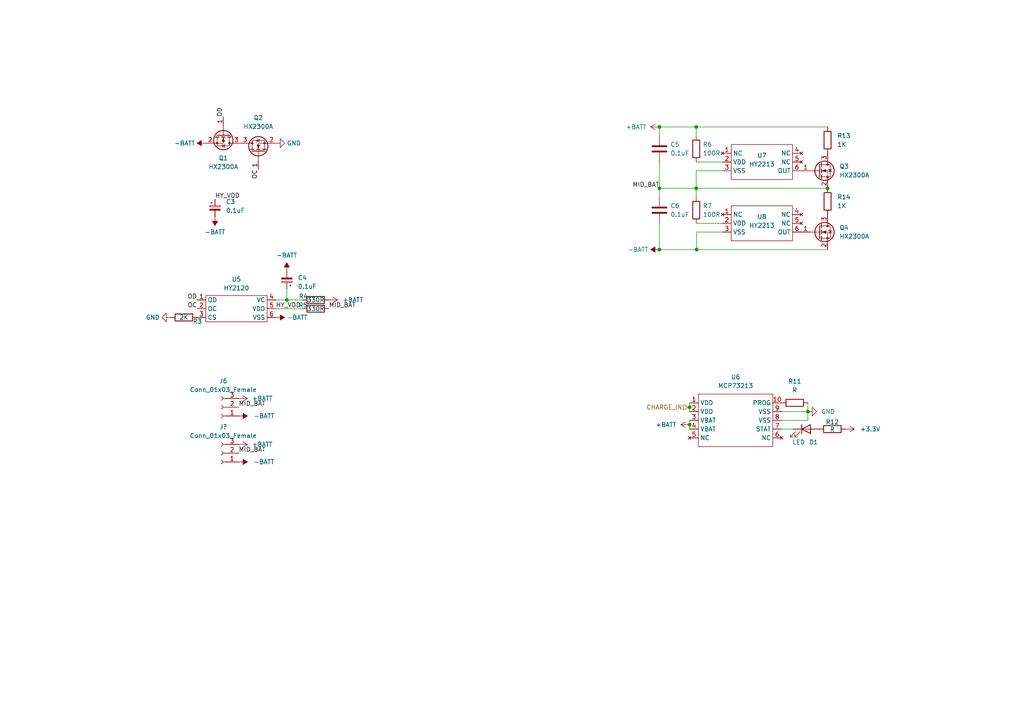
<source format=kicad_sch>
(kicad_sch (version 20211123) (generator eeschema)

  (uuid 7af22e95-ddd5-4395-b723-e8a38302421a)

  (paper "A4")

  (lib_symbols
    (symbol "+3.3V_1" (power) (pin_names (offset 0)) (in_bom yes) (on_board yes)
      (property "Reference" "#PWR" (id 0) (at 0 -3.81 0)
        (effects (font (size 1.27 1.27)) hide)
      )
      (property "Value" "+3.3V_1" (id 1) (at 0 3.556 0)
        (effects (font (size 1.27 1.27)))
      )
      (property "Footprint" "" (id 2) (at 0 0 0)
        (effects (font (size 1.27 1.27)) hide)
      )
      (property "Datasheet" "" (id 3) (at 0 0 0)
        (effects (font (size 1.27 1.27)) hide)
      )
      (property "ki_keywords" "power-flag" (id 4) (at 0 0 0)
        (effects (font (size 1.27 1.27)) hide)
      )
      (property "ki_description" "Power symbol creates a global label with name \"+3.3V\"" (id 5) (at 0 0 0)
        (effects (font (size 1.27 1.27)) hide)
      )
      (symbol "+3.3V_1_0_1"
        (polyline
          (pts
            (xy -0.762 1.27)
            (xy 0 2.54)
          )
          (stroke (width 0) (type default) (color 0 0 0 0))
          (fill (type none))
        )
        (polyline
          (pts
            (xy 0 0)
            (xy 0 2.54)
          )
          (stroke (width 0) (type default) (color 0 0 0 0))
          (fill (type none))
        )
        (polyline
          (pts
            (xy 0 2.54)
            (xy 0.762 1.27)
          )
          (stroke (width 0) (type default) (color 0 0 0 0))
          (fill (type none))
        )
      )
      (symbol "+3.3V_1_1_1"
        (pin power_in line (at 0 0 90) (length 0) hide
          (name "+3.3V" (effects (font (size 1.27 1.27))))
          (number "1" (effects (font (size 1.27 1.27))))
        )
      )
    )
    (symbol "Connector:Conn_01x03_Female" (pin_names (offset 1.016) hide) (in_bom yes) (on_board yes)
      (property "Reference" "J" (id 0) (at 0 5.08 0)
        (effects (font (size 1.27 1.27)))
      )
      (property "Value" "Conn_01x03_Female" (id 1) (at 0 -5.08 0)
        (effects (font (size 1.27 1.27)))
      )
      (property "Footprint" "" (id 2) (at 0 0 0)
        (effects (font (size 1.27 1.27)) hide)
      )
      (property "Datasheet" "~" (id 3) (at 0 0 0)
        (effects (font (size 1.27 1.27)) hide)
      )
      (property "ki_keywords" "connector" (id 4) (at 0 0 0)
        (effects (font (size 1.27 1.27)) hide)
      )
      (property "ki_description" "Generic connector, single row, 01x03, script generated (kicad-library-utils/schlib/autogen/connector/)" (id 5) (at 0 0 0)
        (effects (font (size 1.27 1.27)) hide)
      )
      (property "ki_fp_filters" "Connector*:*_1x??_*" (id 6) (at 0 0 0)
        (effects (font (size 1.27 1.27)) hide)
      )
      (symbol "Conn_01x03_Female_1_1"
        (arc (start 0 -2.032) (mid -0.508 -2.54) (end 0 -3.048)
          (stroke (width 0.1524) (type default) (color 0 0 0 0))
          (fill (type none))
        )
        (polyline
          (pts
            (xy -1.27 -2.54)
            (xy -0.508 -2.54)
          )
          (stroke (width 0.1524) (type default) (color 0 0 0 0))
          (fill (type none))
        )
        (polyline
          (pts
            (xy -1.27 0)
            (xy -0.508 0)
          )
          (stroke (width 0.1524) (type default) (color 0 0 0 0))
          (fill (type none))
        )
        (polyline
          (pts
            (xy -1.27 2.54)
            (xy -0.508 2.54)
          )
          (stroke (width 0.1524) (type default) (color 0 0 0 0))
          (fill (type none))
        )
        (arc (start 0 0.508) (mid -0.508 0) (end 0 -0.508)
          (stroke (width 0.1524) (type default) (color 0 0 0 0))
          (fill (type none))
        )
        (arc (start 0 3.048) (mid -0.508 2.54) (end 0 2.032)
          (stroke (width 0.1524) (type default) (color 0 0 0 0))
          (fill (type none))
        )
        (pin passive line (at -5.08 2.54 0) (length 3.81)
          (name "Pin_1" (effects (font (size 1.27 1.27))))
          (number "1" (effects (font (size 1.27 1.27))))
        )
        (pin passive line (at -5.08 0 0) (length 3.81)
          (name "Pin_2" (effects (font (size 1.27 1.27))))
          (number "2" (effects (font (size 1.27 1.27))))
        )
        (pin passive line (at -5.08 -2.54 0) (length 3.81)
          (name "Pin_3" (effects (font (size 1.27 1.27))))
          (number "3" (effects (font (size 1.27 1.27))))
        )
      )
    )
    (symbol "Device:C" (pin_numbers hide) (pin_names (offset 0.254)) (in_bom yes) (on_board yes)
      (property "Reference" "C" (id 0) (at 0.635 2.54 0)
        (effects (font (size 1.27 1.27)) (justify left))
      )
      (property "Value" "C" (id 1) (at 0.635 -2.54 0)
        (effects (font (size 1.27 1.27)) (justify left))
      )
      (property "Footprint" "" (id 2) (at 0.9652 -3.81 0)
        (effects (font (size 1.27 1.27)) hide)
      )
      (property "Datasheet" "~" (id 3) (at 0 0 0)
        (effects (font (size 1.27 1.27)) hide)
      )
      (property "ki_keywords" "cap capacitor" (id 4) (at 0 0 0)
        (effects (font (size 1.27 1.27)) hide)
      )
      (property "ki_description" "Unpolarized capacitor" (id 5) (at 0 0 0)
        (effects (font (size 1.27 1.27)) hide)
      )
      (property "ki_fp_filters" "C_*" (id 6) (at 0 0 0)
        (effects (font (size 1.27 1.27)) hide)
      )
      (symbol "C_0_1"
        (polyline
          (pts
            (xy -2.032 -0.762)
            (xy 2.032 -0.762)
          )
          (stroke (width 0.508) (type default) (color 0 0 0 0))
          (fill (type none))
        )
        (polyline
          (pts
            (xy -2.032 0.762)
            (xy 2.032 0.762)
          )
          (stroke (width 0.508) (type default) (color 0 0 0 0))
          (fill (type none))
        )
      )
      (symbol "C_1_1"
        (pin passive line (at 0 3.81 270) (length 2.794)
          (name "~" (effects (font (size 1.27 1.27))))
          (number "1" (effects (font (size 1.27 1.27))))
        )
        (pin passive line (at 0 -3.81 90) (length 2.794)
          (name "~" (effects (font (size 1.27 1.27))))
          (number "2" (effects (font (size 1.27 1.27))))
        )
      )
    )
    (symbol "Device:C_Polarized_Small" (pin_numbers hide) (pin_names (offset 0.254) hide) (in_bom yes) (on_board yes)
      (property "Reference" "C" (id 0) (at 0.254 1.778 0)
        (effects (font (size 1.27 1.27)) (justify left))
      )
      (property "Value" "C_Polarized_Small" (id 1) (at 0.254 -2.032 0)
        (effects (font (size 1.27 1.27)) (justify left))
      )
      (property "Footprint" "" (id 2) (at 0 0 0)
        (effects (font (size 1.27 1.27)) hide)
      )
      (property "Datasheet" "~" (id 3) (at 0 0 0)
        (effects (font (size 1.27 1.27)) hide)
      )
      (property "ki_keywords" "cap capacitor" (id 4) (at 0 0 0)
        (effects (font (size 1.27 1.27)) hide)
      )
      (property "ki_description" "Polarized capacitor, small symbol" (id 5) (at 0 0 0)
        (effects (font (size 1.27 1.27)) hide)
      )
      (property "ki_fp_filters" "CP_*" (id 6) (at 0 0 0)
        (effects (font (size 1.27 1.27)) hide)
      )
      (symbol "C_Polarized_Small_0_1"
        (rectangle (start -1.524 -0.3048) (end 1.524 -0.6858)
          (stroke (width 0) (type default) (color 0 0 0 0))
          (fill (type outline))
        )
        (rectangle (start -1.524 0.6858) (end 1.524 0.3048)
          (stroke (width 0) (type default) (color 0 0 0 0))
          (fill (type none))
        )
        (polyline
          (pts
            (xy -1.27 1.524)
            (xy -0.762 1.524)
          )
          (stroke (width 0) (type default) (color 0 0 0 0))
          (fill (type none))
        )
        (polyline
          (pts
            (xy -1.016 1.27)
            (xy -1.016 1.778)
          )
          (stroke (width 0) (type default) (color 0 0 0 0))
          (fill (type none))
        )
      )
      (symbol "C_Polarized_Small_1_1"
        (pin passive line (at 0 2.54 270) (length 1.8542)
          (name "~" (effects (font (size 1.27 1.27))))
          (number "1" (effects (font (size 1.27 1.27))))
        )
        (pin passive line (at 0 -2.54 90) (length 1.8542)
          (name "~" (effects (font (size 1.27 1.27))))
          (number "2" (effects (font (size 1.27 1.27))))
        )
      )
    )
    (symbol "Device:LED" (pin_numbers hide) (pin_names (offset 1.016) hide) (in_bom yes) (on_board yes)
      (property "Reference" "D" (id 0) (at 0 2.54 0)
        (effects (font (size 1.27 1.27)))
      )
      (property "Value" "LED" (id 1) (at 0 -2.54 0)
        (effects (font (size 1.27 1.27)))
      )
      (property "Footprint" "" (id 2) (at 0 0 0)
        (effects (font (size 1.27 1.27)) hide)
      )
      (property "Datasheet" "~" (id 3) (at 0 0 0)
        (effects (font (size 1.27 1.27)) hide)
      )
      (property "ki_keywords" "LED diode" (id 4) (at 0 0 0)
        (effects (font (size 1.27 1.27)) hide)
      )
      (property "ki_description" "Light emitting diode" (id 5) (at 0 0 0)
        (effects (font (size 1.27 1.27)) hide)
      )
      (property "ki_fp_filters" "LED* LED_SMD:* LED_THT:*" (id 6) (at 0 0 0)
        (effects (font (size 1.27 1.27)) hide)
      )
      (symbol "LED_0_1"
        (polyline
          (pts
            (xy -1.27 -1.27)
            (xy -1.27 1.27)
          )
          (stroke (width 0.254) (type default) (color 0 0 0 0))
          (fill (type none))
        )
        (polyline
          (pts
            (xy -1.27 0)
            (xy 1.27 0)
          )
          (stroke (width 0) (type default) (color 0 0 0 0))
          (fill (type none))
        )
        (polyline
          (pts
            (xy 1.27 -1.27)
            (xy 1.27 1.27)
            (xy -1.27 0)
            (xy 1.27 -1.27)
          )
          (stroke (width 0.254) (type default) (color 0 0 0 0))
          (fill (type none))
        )
        (polyline
          (pts
            (xy -3.048 -0.762)
            (xy -4.572 -2.286)
            (xy -3.81 -2.286)
            (xy -4.572 -2.286)
            (xy -4.572 -1.524)
          )
          (stroke (width 0) (type default) (color 0 0 0 0))
          (fill (type none))
        )
        (polyline
          (pts
            (xy -1.778 -0.762)
            (xy -3.302 -2.286)
            (xy -2.54 -2.286)
            (xy -3.302 -2.286)
            (xy -3.302 -1.524)
          )
          (stroke (width 0) (type default) (color 0 0 0 0))
          (fill (type none))
        )
      )
      (symbol "LED_1_1"
        (pin passive line (at -3.81 0 0) (length 2.54)
          (name "K" (effects (font (size 1.27 1.27))))
          (number "1" (effects (font (size 1.27 1.27))))
        )
        (pin passive line (at 3.81 0 180) (length 2.54)
          (name "A" (effects (font (size 1.27 1.27))))
          (number "2" (effects (font (size 1.27 1.27))))
        )
      )
    )
    (symbol "Device:R" (pin_numbers hide) (pin_names (offset 0)) (in_bom yes) (on_board yes)
      (property "Reference" "R" (id 0) (at 2.032 0 90)
        (effects (font (size 1.27 1.27)))
      )
      (property "Value" "R" (id 1) (at 0 0 90)
        (effects (font (size 1.27 1.27)))
      )
      (property "Footprint" "" (id 2) (at -1.778 0 90)
        (effects (font (size 1.27 1.27)) hide)
      )
      (property "Datasheet" "~" (id 3) (at 0 0 0)
        (effects (font (size 1.27 1.27)) hide)
      )
      (property "ki_keywords" "R res resistor" (id 4) (at 0 0 0)
        (effects (font (size 1.27 1.27)) hide)
      )
      (property "ki_description" "Resistor" (id 5) (at 0 0 0)
        (effects (font (size 1.27 1.27)) hide)
      )
      (property "ki_fp_filters" "R_*" (id 6) (at 0 0 0)
        (effects (font (size 1.27 1.27)) hide)
      )
      (symbol "R_0_1"
        (rectangle (start -1.016 -2.54) (end 1.016 2.54)
          (stroke (width 0.254) (type default) (color 0 0 0 0))
          (fill (type none))
        )
      )
      (symbol "R_1_1"
        (pin passive line (at 0 3.81 270) (length 1.27)
          (name "~" (effects (font (size 1.27 1.27))))
          (number "1" (effects (font (size 1.27 1.27))))
        )
        (pin passive line (at 0 -3.81 90) (length 1.27)
          (name "~" (effects (font (size 1.27 1.27))))
          (number "2" (effects (font (size 1.27 1.27))))
        )
      )
    )
    (symbol "Transistor_FET:2N7002E" (pin_names hide) (in_bom yes) (on_board yes)
      (property "Reference" "Q" (id 0) (at 5.08 1.905 0)
        (effects (font (size 1.27 1.27)) (justify left))
      )
      (property "Value" "2N7002E" (id 1) (at 5.08 0 0)
        (effects (font (size 1.27 1.27)) (justify left))
      )
      (property "Footprint" "Package_TO_SOT_SMD:SOT-23" (id 2) (at 5.08 -1.905 0)
        (effects (font (size 1.27 1.27) italic) (justify left) hide)
      )
      (property "Datasheet" "http://www.diodes.com/assets/Datasheets/ds30376.pdf" (id 3) (at 0 0 0)
        (effects (font (size 1.27 1.27)) (justify left) hide)
      )
      (property "ki_keywords" "N-Channel MOSFET" (id 4) (at 0 0 0)
        (effects (font (size 1.27 1.27)) hide)
      )
      (property "ki_description" "0.24A Id, 60V Vds, N-Channel MOSFET, SOT-23" (id 5) (at 0 0 0)
        (effects (font (size 1.27 1.27)) hide)
      )
      (property "ki_fp_filters" "SOT?23*" (id 6) (at 0 0 0)
        (effects (font (size 1.27 1.27)) hide)
      )
      (symbol "2N7002E_0_1"
        (polyline
          (pts
            (xy 0.254 0)
            (xy -2.54 0)
          )
          (stroke (width 0) (type default) (color 0 0 0 0))
          (fill (type none))
        )
        (polyline
          (pts
            (xy 0.254 1.905)
            (xy 0.254 -1.905)
          )
          (stroke (width 0.254) (type default) (color 0 0 0 0))
          (fill (type none))
        )
        (polyline
          (pts
            (xy 0.762 -1.27)
            (xy 0.762 -2.286)
          )
          (stroke (width 0.254) (type default) (color 0 0 0 0))
          (fill (type none))
        )
        (polyline
          (pts
            (xy 0.762 0.508)
            (xy 0.762 -0.508)
          )
          (stroke (width 0.254) (type default) (color 0 0 0 0))
          (fill (type none))
        )
        (polyline
          (pts
            (xy 0.762 2.286)
            (xy 0.762 1.27)
          )
          (stroke (width 0.254) (type default) (color 0 0 0 0))
          (fill (type none))
        )
        (polyline
          (pts
            (xy 2.54 2.54)
            (xy 2.54 1.778)
          )
          (stroke (width 0) (type default) (color 0 0 0 0))
          (fill (type none))
        )
        (polyline
          (pts
            (xy 2.54 -2.54)
            (xy 2.54 0)
            (xy 0.762 0)
          )
          (stroke (width 0) (type default) (color 0 0 0 0))
          (fill (type none))
        )
        (polyline
          (pts
            (xy 0.762 -1.778)
            (xy 3.302 -1.778)
            (xy 3.302 1.778)
            (xy 0.762 1.778)
          )
          (stroke (width 0) (type default) (color 0 0 0 0))
          (fill (type none))
        )
        (polyline
          (pts
            (xy 1.016 0)
            (xy 2.032 0.381)
            (xy 2.032 -0.381)
            (xy 1.016 0)
          )
          (stroke (width 0) (type default) (color 0 0 0 0))
          (fill (type outline))
        )
        (polyline
          (pts
            (xy 2.794 0.508)
            (xy 2.921 0.381)
            (xy 3.683 0.381)
            (xy 3.81 0.254)
          )
          (stroke (width 0) (type default) (color 0 0 0 0))
          (fill (type none))
        )
        (polyline
          (pts
            (xy 3.302 0.381)
            (xy 2.921 -0.254)
            (xy 3.683 -0.254)
            (xy 3.302 0.381)
          )
          (stroke (width 0) (type default) (color 0 0 0 0))
          (fill (type none))
        )
        (circle (center 1.651 0) (radius 2.794)
          (stroke (width 0.254) (type default) (color 0 0 0 0))
          (fill (type none))
        )
        (circle (center 2.54 -1.778) (radius 0.254)
          (stroke (width 0) (type default) (color 0 0 0 0))
          (fill (type outline))
        )
        (circle (center 2.54 1.778) (radius 0.254)
          (stroke (width 0) (type default) (color 0 0 0 0))
          (fill (type outline))
        )
      )
      (symbol "2N7002E_1_1"
        (pin input line (at -5.08 0 0) (length 2.54)
          (name "G" (effects (font (size 1.27 1.27))))
          (number "1" (effects (font (size 1.27 1.27))))
        )
        (pin passive line (at 2.54 -5.08 90) (length 2.54)
          (name "S" (effects (font (size 1.27 1.27))))
          (number "2" (effects (font (size 1.27 1.27))))
        )
        (pin passive line (at 2.54 5.08 270) (length 2.54)
          (name "D" (effects (font (size 1.27 1.27))))
          (number "3" (effects (font (size 1.27 1.27))))
        )
      )
    )
    (symbol "dextra:HY2120" (in_bom yes) (on_board yes)
      (property "Reference" "U" (id 0) (at 0 0 0)
        (effects (font (size 1.27 1.27)))
      )
      (property "Value" "HY2120" (id 1) (at 0 2.54 0)
        (effects (font (size 1.27 1.27)))
      )
      (property "Footprint" "" (id 2) (at 0 0 0)
        (effects (font (size 1.27 1.27)) hide)
      )
      (property "Datasheet" "" (id 3) (at 0 0 0)
        (effects (font (size 1.27 1.27)) hide)
      )
      (symbol "HY2120_0_1"
        (rectangle (start -8.89 6.35) (end 8.89 -1.27)
          (stroke (width 0) (type default) (color 0 0 0 0))
          (fill (type none))
        )
      )
      (symbol "HY2120_1_1"
        (pin output line (at -11.43 5.08 0) (length 2.54)
          (name "OD" (effects (font (size 1.27 1.27))))
          (number "1" (effects (font (size 1.27 1.27))))
        )
        (pin output line (at -11.43 2.54 0) (length 2.54)
          (name "OC" (effects (font (size 1.27 1.27))))
          (number "2" (effects (font (size 1.27 1.27))))
        )
        (pin input line (at -11.43 0 0) (length 2.54)
          (name "CS" (effects (font (size 1.27 1.27))))
          (number "3" (effects (font (size 1.27 1.27))))
        )
        (pin input line (at 11.43 5.08 180) (length 2.54)
          (name "VC" (effects (font (size 1.27 1.27))))
          (number "4" (effects (font (size 1.27 1.27))))
        )
        (pin power_in line (at 11.43 2.54 180) (length 2.54)
          (name "VDD" (effects (font (size 1.27 1.27))))
          (number "5" (effects (font (size 1.27 1.27))))
        )
        (pin power_in line (at 11.43 0 180) (length 2.54)
          (name "VSS" (effects (font (size 1.27 1.27))))
          (number "6" (effects (font (size 1.27 1.27))))
        )
      )
    )
    (symbol "dextra:HY2213" (in_bom yes) (on_board yes)
      (property "Reference" "U" (id 0) (at 0 0 0)
        (effects (font (size 1.27 1.27)))
      )
      (property "Value" "HY2213" (id 1) (at 0 2.54 0)
        (effects (font (size 1.27 1.27)))
      )
      (property "Footprint" "" (id 2) (at 0 0 0)
        (effects (font (size 1.27 1.27)) hide)
      )
      (property "Datasheet" "" (id 3) (at 0 0 0)
        (effects (font (size 1.27 1.27)) hide)
      )
      (symbol "HY2213_0_1"
        (rectangle (start -8.89 6.35) (end 8.89 -3.81)
          (stroke (width 0) (type default) (color 0 0 0 0))
          (fill (type none))
        )
      )
      (symbol "HY2213_1_1"
        (pin no_connect line (at -11.43 3.81 0) (length 2.54)
          (name "NC" (effects (font (size 1.27 1.27))))
          (number "1" (effects (font (size 1.27 1.27))))
        )
        (pin power_in line (at -11.43 1.27 0) (length 2.54)
          (name "VDD" (effects (font (size 1.27 1.27))))
          (number "2" (effects (font (size 1.27 1.27))))
        )
        (pin power_in line (at -11.43 -1.27 0) (length 2.54)
          (name "VSS" (effects (font (size 1.27 1.27))))
          (number "3" (effects (font (size 1.27 1.27))))
        )
        (pin no_connect line (at 11.43 3.81 180) (length 2.54)
          (name "NC" (effects (font (size 1.27 1.27))))
          (number "4" (effects (font (size 1.27 1.27))))
        )
        (pin no_connect line (at 11.43 1.27 180) (length 2.54)
          (name "NC" (effects (font (size 1.27 1.27))))
          (number "5" (effects (font (size 1.27 1.27))))
        )
        (pin power_in line (at 11.43 -1.27 180) (length 2.54)
          (name "OUT" (effects (font (size 1.27 1.27))))
          (number "6" (effects (font (size 1.27 1.27))))
        )
      )
    )
    (symbol "dextra:MCP73213" (in_bom yes) (on_board yes)
      (property "Reference" "U" (id 0) (at 0 0 0)
        (effects (font (size 1.27 1.27)))
      )
      (property "Value" "MCP73213" (id 1) (at 0 2.54 0)
        (effects (font (size 1.27 1.27)))
      )
      (property "Footprint" "" (id 2) (at 0 0 0)
        (effects (font (size 1.27 1.27)) hide)
      )
      (property "Datasheet" "" (id 3) (at 0 0 0)
        (effects (font (size 1.27 1.27)) hide)
      )
      (symbol "MCP73213_0_1"
        (rectangle (start -10.16 8.89) (end 11.43 -6.35)
          (stroke (width 0) (type default) (color 0 0 0 0))
          (fill (type none))
        )
      )
      (symbol "MCP73213_1_1"
        (pin power_in line (at -12.7 6.35 0) (length 2.54)
          (name "VDD" (effects (font (size 1.27 1.27))))
          (number "1" (effects (font (size 1.27 1.27))))
        )
        (pin input line (at 13.97 6.35 180) (length 2.54)
          (name "PROG" (effects (font (size 1.27 1.27))))
          (number "10" (effects (font (size 1.27 1.27))))
        )
        (pin power_in line (at -12.7 3.81 0) (length 2.54)
          (name "VDD" (effects (font (size 1.27 1.27))))
          (number "2" (effects (font (size 1.27 1.27))))
        )
        (pin power_in line (at -12.7 1.27 0) (length 2.54)
          (name "VBAT" (effects (font (size 1.27 1.27))))
          (number "3" (effects (font (size 1.27 1.27))))
        )
        (pin power_in line (at -12.7 -1.27 0) (length 2.54)
          (name "VBAT" (effects (font (size 1.27 1.27))))
          (number "4" (effects (font (size 1.27 1.27))))
        )
        (pin no_connect line (at -12.7 -3.81 0) (length 2.54)
          (name "NC" (effects (font (size 1.27 1.27))))
          (number "5" (effects (font (size 1.27 1.27))))
        )
        (pin no_connect line (at 13.97 -3.81 180) (length 2.54)
          (name "NC" (effects (font (size 1.27 1.27))))
          (number "6" (effects (font (size 1.27 1.27))))
        )
        (pin bidirectional line (at 13.97 -1.27 180) (length 2.54)
          (name "STAT" (effects (font (size 1.27 1.27))))
          (number "7" (effects (font (size 1.27 1.27))))
        )
        (pin power_in line (at 13.97 1.27 180) (length 2.54)
          (name "VSS" (effects (font (size 1.27 1.27))))
          (number "8" (effects (font (size 1.27 1.27))))
        )
        (pin power_in line (at 13.97 3.81 180) (length 2.54)
          (name "VSS" (effects (font (size 1.27 1.27))))
          (number "9" (effects (font (size 1.27 1.27))))
        )
      )
    )
    (symbol "power:+BATT" (power) (pin_names (offset 0)) (in_bom yes) (on_board yes)
      (property "Reference" "#PWR" (id 0) (at 0 -3.81 0)
        (effects (font (size 1.27 1.27)) hide)
      )
      (property "Value" "+BATT" (id 1) (at 0 3.556 0)
        (effects (font (size 1.27 1.27)))
      )
      (property "Footprint" "" (id 2) (at 0 0 0)
        (effects (font (size 1.27 1.27)) hide)
      )
      (property "Datasheet" "" (id 3) (at 0 0 0)
        (effects (font (size 1.27 1.27)) hide)
      )
      (property "ki_keywords" "power-flag battery" (id 4) (at 0 0 0)
        (effects (font (size 1.27 1.27)) hide)
      )
      (property "ki_description" "Power symbol creates a global label with name \"+BATT\"" (id 5) (at 0 0 0)
        (effects (font (size 1.27 1.27)) hide)
      )
      (symbol "+BATT_0_1"
        (polyline
          (pts
            (xy -0.762 1.27)
            (xy 0 2.54)
          )
          (stroke (width 0) (type default) (color 0 0 0 0))
          (fill (type none))
        )
        (polyline
          (pts
            (xy 0 0)
            (xy 0 2.54)
          )
          (stroke (width 0) (type default) (color 0 0 0 0))
          (fill (type none))
        )
        (polyline
          (pts
            (xy 0 2.54)
            (xy 0.762 1.27)
          )
          (stroke (width 0) (type default) (color 0 0 0 0))
          (fill (type none))
        )
      )
      (symbol "+BATT_1_1"
        (pin power_in line (at 0 0 90) (length 0) hide
          (name "+BATT" (effects (font (size 1.27 1.27))))
          (number "1" (effects (font (size 1.27 1.27))))
        )
      )
    )
    (symbol "power:-BATT" (power) (pin_names (offset 0)) (in_bom yes) (on_board yes)
      (property "Reference" "#PWR" (id 0) (at 0 -3.81 0)
        (effects (font (size 1.27 1.27)) hide)
      )
      (property "Value" "-BATT" (id 1) (at 0 3.556 0)
        (effects (font (size 1.27 1.27)))
      )
      (property "Footprint" "" (id 2) (at 0 0 0)
        (effects (font (size 1.27 1.27)) hide)
      )
      (property "Datasheet" "" (id 3) (at 0 0 0)
        (effects (font (size 1.27 1.27)) hide)
      )
      (property "ki_keywords" "power-flag battery" (id 4) (at 0 0 0)
        (effects (font (size 1.27 1.27)) hide)
      )
      (property "ki_description" "Power symbol creates a global label with name \"-BATT\"" (id 5) (at 0 0 0)
        (effects (font (size 1.27 1.27)) hide)
      )
      (symbol "-BATT_0_1"
        (polyline
          (pts
            (xy 0 0)
            (xy 0 2.54)
          )
          (stroke (width 0) (type default) (color 0 0 0 0))
          (fill (type none))
        )
        (polyline
          (pts
            (xy 0.762 1.27)
            (xy -0.762 1.27)
            (xy 0 2.54)
            (xy 0.762 1.27)
          )
          (stroke (width 0) (type default) (color 0 0 0 0))
          (fill (type outline))
        )
      )
      (symbol "-BATT_1_1"
        (pin power_in line (at 0 0 90) (length 0) hide
          (name "-BATT" (effects (font (size 1.27 1.27))))
          (number "1" (effects (font (size 1.27 1.27))))
        )
      )
    )
    (symbol "power:GND" (power) (pin_names (offset 0)) (in_bom yes) (on_board yes)
      (property "Reference" "#PWR" (id 0) (at 0 -6.35 0)
        (effects (font (size 1.27 1.27)) hide)
      )
      (property "Value" "GND" (id 1) (at 0 -3.81 0)
        (effects (font (size 1.27 1.27)))
      )
      (property "Footprint" "" (id 2) (at 0 0 0)
        (effects (font (size 1.27 1.27)) hide)
      )
      (property "Datasheet" "" (id 3) (at 0 0 0)
        (effects (font (size 1.27 1.27)) hide)
      )
      (property "ki_keywords" "power-flag" (id 4) (at 0 0 0)
        (effects (font (size 1.27 1.27)) hide)
      )
      (property "ki_description" "Power symbol creates a global label with name \"GND\" , ground" (id 5) (at 0 0 0)
        (effects (font (size 1.27 1.27)) hide)
      )
      (symbol "GND_0_1"
        (polyline
          (pts
            (xy 0 0)
            (xy 0 -1.27)
            (xy 1.27 -1.27)
            (xy 0 -2.54)
            (xy -1.27 -1.27)
            (xy 0 -1.27)
          )
          (stroke (width 0) (type default) (color 0 0 0 0))
          (fill (type none))
        )
      )
      (symbol "GND_1_1"
        (pin power_in line (at 0 0 270) (length 0) hide
          (name "GND" (effects (font (size 1.27 1.27))))
          (number "1" (effects (font (size 1.27 1.27))))
        )
      )
    )
  )

  (junction (at 202.057 72.39) (diameter 0) (color 0 0 0 0)
    (uuid 00593f80-24bf-425f-92d9-4b29ace9498e)
  )
  (junction (at 200.025 118.11) (diameter 0) (color 0 0 0 0)
    (uuid 089b643c-4878-46e4-8047-393b356a3c36)
  )
  (junction (at 191.262 54.61) (diameter 0) (color 0 0 0 0)
    (uuid 2f953f9e-6ff2-419d-8270-b59f97e163e1)
  )
  (junction (at 240.03 54.61) (diameter 0) (color 0 0 0 0)
    (uuid 4131483d-255d-4cc5-a929-bb1dba2a3765)
  )
  (junction (at 201.93 54.61) (diameter 0) (color 0 0 0 0)
    (uuid 5c4391ba-393b-40c6-9155-7d98eed2350b)
  )
  (junction (at 200.025 123.19) (diameter 0) (color 0 0 0 0)
    (uuid 781ae186-4577-4cd4-a8aa-8e29926b7d7c)
  )
  (junction (at 234.315 119.38) (diameter 0) (color 0 0 0 0)
    (uuid 7c1297ca-b9f8-4ccb-a04d-6f123a8d0f37)
  )
  (junction (at 191.262 36.83) (diameter 0) (color 0 0 0 0)
    (uuid 952dd42a-25bb-482e-b58c-0490d20c6776)
  )
  (junction (at 83.185 86.995) (diameter 0) (color 0 0 0 0)
    (uuid a26c29f0-fc66-4882-886f-bebca0cd097b)
  )
  (junction (at 201.93 36.83) (diameter 0) (color 0 0 0 0)
    (uuid dca7b276-beb2-41f6-9fbf-86fe5989237b)
  )
  (junction (at 191.262 72.39) (diameter 0) (color 0 0 0 0)
    (uuid fd4137db-fbd6-4cde-96e7-a266fc1469cd)
  )

  (wire (pts (xy 80.01 86.995) (xy 83.185 86.995))
    (stroke (width 0) (type default) (color 0 0 0 0))
    (uuid 028aaea4-8aa6-4a9c-9e6c-2e12fbcff4ce)
  )
  (wire (pts (xy 201.93 49.53) (xy 201.93 54.61))
    (stroke (width 0) (type default) (color 0 0 0 0))
    (uuid 065a0341-0a09-4f34-b175-c9198e8e167e)
  )
  (wire (pts (xy 201.93 54.61) (xy 201.93 57.15))
    (stroke (width 0) (type default) (color 0 0 0 0))
    (uuid 0fafbada-1c46-4e20-af15-edb38278527a)
  )
  (wire (pts (xy 202.057 67.31) (xy 202.057 72.39))
    (stroke (width 0) (type default) (color 0 0 0 0))
    (uuid 2ef91ec9-08e8-42a9-900c-fcd0c5390af9)
  )
  (wire (pts (xy 209.55 49.53) (xy 201.93 49.53))
    (stroke (width 0) (type default) (color 0 0 0 0))
    (uuid 32577464-5c68-4e58-9fe2-89fb68b4565d)
  )
  (wire (pts (xy 191.262 64.77) (xy 191.262 72.39))
    (stroke (width 0) (type default) (color 0 0 0 0))
    (uuid 3f5aea55-b7fe-49a4-aaea-778a10bf270e)
  )
  (wire (pts (xy 201.93 54.61) (xy 240.03 54.61))
    (stroke (width 0) (type default) (color 0 0 0 0))
    (uuid 40b9c99f-9a3f-4c6e-b1c1-50e229748b41)
  )
  (wire (pts (xy 191.262 72.39) (xy 202.057 72.39))
    (stroke (width 0) (type default) (color 0 0 0 0))
    (uuid 410f9543-2118-415f-b403-ae9a08338790)
  )
  (wire (pts (xy 199.39 118.11) (xy 200.025 118.11))
    (stroke (width 0) (type default) (color 0 0 0 0))
    (uuid 438bca92-0661-4330-8514-7c6765e414a7)
  )
  (wire (pts (xy 200.025 116.84) (xy 200.025 118.11))
    (stroke (width 0) (type default) (color 0 0 0 0))
    (uuid 4fb54cd3-26c7-41dc-8015-f3e5be68f633)
  )
  (wire (pts (xy 83.185 83.82) (xy 83.185 86.995))
    (stroke (width 0) (type default) (color 0 0 0 0))
    (uuid 53d3b5f4-4d17-4c30-887c-ea225f7381c1)
  )
  (wire (pts (xy 202.057 72.39) (xy 240.03 72.39))
    (stroke (width 0) (type default) (color 0 0 0 0))
    (uuid 5685deed-a860-4fd0-87d2-f85434cf5b2b)
  )
  (wire (pts (xy 200.025 118.11) (xy 200.025 119.38))
    (stroke (width 0) (type default) (color 0 0 0 0))
    (uuid 65e896a2-4aa8-475b-95c6-a3b82a1bc5e7)
  )
  (wire (pts (xy 226.695 119.38) (xy 234.315 119.38))
    (stroke (width 0) (type default) (color 0 0 0 0))
    (uuid 6a5f777c-ed49-466b-8085-184cf24ac282)
  )
  (wire (pts (xy 83.185 86.995) (xy 87.757 86.995))
    (stroke (width 0) (type default) (color 0 0 0 0))
    (uuid 71daeee0-1bae-4c16-8063-40fd67fb5bb0)
  )
  (wire (pts (xy 209.55 67.31) (xy 202.057 67.31))
    (stroke (width 0) (type default) (color 0 0 0 0))
    (uuid 77ef8a29-569e-417b-92f0-b1e05cb3a459)
  )
  (wire (pts (xy 201.93 36.83) (xy 201.93 39.37))
    (stroke (width 0) (type default) (color 0 0 0 0))
    (uuid 81f5042c-0d94-486f-b386-3315ae879fd0)
  )
  (wire (pts (xy 234.315 119.38) (xy 234.315 121.92))
    (stroke (width 0) (type default) (color 0 0 0 0))
    (uuid 8a00c203-db3b-4644-bacd-4496f9d49c67)
  )
  (wire (pts (xy 234.315 121.92) (xy 226.695 121.92))
    (stroke (width 0) (type default) (color 0 0 0 0))
    (uuid 8b963374-40ec-410b-a137-031e7b0d94bb)
  )
  (wire (pts (xy 191.262 36.83) (xy 191.262 39.37))
    (stroke (width 0) (type default) (color 0 0 0 0))
    (uuid 92c49c01-6796-4f15-90fd-360468d1385a)
  )
  (wire (pts (xy 191.262 54.61) (xy 201.93 54.61))
    (stroke (width 0) (type default) (color 0 0 0 0))
    (uuid 93796400-d723-4261-9db6-826c0e714bf2)
  )
  (wire (pts (xy 200.025 123.19) (xy 200.025 124.46))
    (stroke (width 0) (type default) (color 0 0 0 0))
    (uuid a842b07f-f0e8-431b-a4e0-5d8c35151c8c)
  )
  (wire (pts (xy 80.01 89.535) (xy 87.757 89.535))
    (stroke (width 0) (type default) (color 0 0 0 0))
    (uuid afb99c9f-be4e-4171-bf15-eb4012ec5719)
  )
  (wire (pts (xy 201.93 46.99) (xy 209.55 46.99))
    (stroke (width 0) (type default) (color 0 0 0 0))
    (uuid b26bb83c-f22a-43aa-b45e-63be91ddd09f)
  )
  (wire (pts (xy 201.93 36.83) (xy 240.03 36.83))
    (stroke (width 0) (type default) (color 0 0 0 0))
    (uuid b3682934-8426-47fd-907f-623fde8904cc)
  )
  (wire (pts (xy 200.025 121.92) (xy 200.025 123.19))
    (stroke (width 0) (type default) (color 0 0 0 0))
    (uuid bc598d50-c6e9-4b0d-aa8d-0d2b39e1a70b)
  )
  (wire (pts (xy 234.315 116.84) (xy 234.315 119.38))
    (stroke (width 0) (type default) (color 0 0 0 0))
    (uuid beae5b7c-88d6-48bd-81e8-21eff344570a)
  )
  (wire (pts (xy 226.695 124.46) (xy 229.997 124.46))
    (stroke (width 0) (type default) (color 0 0 0 0))
    (uuid c1b9bcde-239b-43ff-a68d-853fef94a15d)
  )
  (wire (pts (xy 191.262 54.61) (xy 191.262 57.15))
    (stroke (width 0) (type default) (color 0 0 0 0))
    (uuid c20cb151-4e33-435a-9019-0f49261ac0c7)
  )
  (wire (pts (xy 201.93 64.77) (xy 209.55 64.77))
    (stroke (width 0) (type default) (color 0 0 0 0))
    (uuid d8f1bbb0-5f54-46ee-9fec-dd87564c98ca)
  )
  (wire (pts (xy 191.262 46.99) (xy 191.262 54.61))
    (stroke (width 0) (type default) (color 0 0 0 0))
    (uuid f0abd27c-ee6b-41f3-a70d-850e36a6d1b7)
  )
  (wire (pts (xy 191.262 36.83) (xy 201.93 36.83))
    (stroke (width 0) (type default) (color 0 0 0 0))
    (uuid fd9a7130-a6bb-4e30-b787-f6679071b3eb)
  )

  (label "MID_BAT" (at 95.377 89.535 0)
    (effects (font (size 1.27 1.27)) (justify left bottom))
    (uuid 02654324-0c01-4bb6-a019-c9e894ef3a6c)
  )
  (label "OD" (at 57.15 86.995 180)
    (effects (font (size 1.27 1.27)) (justify right bottom))
    (uuid 0aa34328-abd7-4ba0-8afb-a3868401dbf5)
  )
  (label "HY_VDD" (at 62.357 57.785 0)
    (effects (font (size 1.27 1.27)) (justify left bottom))
    (uuid 1410f34d-7f52-4b04-aeba-7287d5353205)
  )
  (label "OC" (at 57.15 89.535 180)
    (effects (font (size 1.27 1.27)) (justify right bottom))
    (uuid 48e54854-ccd0-4d9e-b9ee-8b044258dff9)
  )
  (label "HY_VDD" (at 80.01 89.535 0)
    (effects (font (size 1.27 1.27)) (justify left bottom))
    (uuid 867916e9-9f04-4334-bdbd-5d4ae3da9a00)
  )
  (label "MID_BAT" (at 69.215 131.445 0)
    (effects (font (size 1.27 1.27)) (justify left bottom))
    (uuid a582ad06-9aaf-4c5d-acc9-8630ebd6ceb1)
  )
  (label "OC" (at 74.93 49.149 270)
    (effects (font (size 1.27 1.27)) (justify right bottom))
    (uuid c697b4b4-718c-47d8-9134-93da3e579e81)
  )
  (label "OD" (at 64.77 33.909 90)
    (effects (font (size 1.27 1.27)) (justify left bottom))
    (uuid d7dfa4ac-0e9b-42c2-ad96-88009ae34b27)
  )
  (label "MID_BAT" (at 69.215 118.11 0)
    (effects (font (size 1.27 1.27)) (justify left bottom))
    (uuid de2e1187-4e04-4529-ad01-88b7600df2cc)
  )
  (label "MID_BAT" (at 191.262 54.61 180)
    (effects (font (size 1.27 1.27)) (justify right bottom))
    (uuid fbab090c-7336-47c8-aec6-854e41cff58b)
  )

  (hierarchical_label "CHARGE_IN" (shape input) (at 199.39 118.11 180)
    (effects (font (size 1.27 1.27)) (justify right))
    (uuid 7ec13415-26fc-4340-8af8-808d68aca89d)
  )

  (symbol (lib_id "Device:C_Polarized_Small") (at 83.185 81.28 180) (unit 1)
    (in_bom yes) (on_board yes) (fields_autoplaced)
    (uuid 05a113cc-458b-47a9-8850-ae5fbc0e0e0a)
    (property "Reference" "C4" (id 0) (at 86.36 80.556 0)
      (effects (font (size 1.27 1.27)) (justify right))
    )
    (property "Value" "0.1uF" (id 1) (at 86.36 83.096 0)
      (effects (font (size 1.27 1.27)) (justify right))
    )
    (property "Footprint" "Capacitor_SMD:CP_Elec_4x3" (id 2) (at 83.185 81.28 0)
      (effects (font (size 1.27 1.27)) hide)
    )
    (property "Datasheet" "~" (id 3) (at 83.185 81.28 0)
      (effects (font (size 1.27 1.27)) hide)
    )
    (pin "1" (uuid 5b4d30e2-b4eb-4c87-a5c5-f93fb2d23dba))
    (pin "2" (uuid d8efb899-64e4-45c2-b9ef-8629dc1e8d4e))
  )

  (symbol (lib_id "Transistor_FET:2N7002E") (at 64.77 38.989 270) (unit 1)
    (in_bom yes) (on_board yes) (fields_autoplaced)
    (uuid 0e9b88c1-1939-4c48-b598-255832a61605)
    (property "Reference" "Q1" (id 0) (at 64.77 45.847 90))
    (property "Value" "HX2300A" (id 1) (at 64.77 48.387 90))
    (property "Footprint" "Package_TO_SOT_SMD:SOT-23" (id 2) (at 62.865 44.069 0)
      (effects (font (size 1.27 1.27) italic) (justify left) hide)
    )
    (property "Datasheet" "http://www.diodes.com/assets/Datasheets/ds30376.pdf" (id 3) (at 64.77 38.989 0)
      (effects (font (size 1.27 1.27)) (justify left) hide)
    )
    (property "LCSC" "C296302" (id 4) (at 64.77 38.989 0)
      (effects (font (size 1.27 1.27)) hide)
    )
    (pin "1" (uuid 3c03e7b7-0d72-4662-be4e-d5fac89c9e33))
    (pin "2" (uuid 80e254e7-fa7d-45f8-b863-9b2f3e645f73))
    (pin "3" (uuid 32c3b7df-efbf-41d2-be20-e01d6b6daf02))
  )

  (symbol (lib_id "power:+BATT") (at 69.215 115.57 270) (unit 1)
    (in_bom yes) (on_board yes) (fields_autoplaced)
    (uuid 1460648b-4e40-40ae-bcb7-f1eef579306c)
    (property "Reference" "#PWR0127" (id 0) (at 65.405 115.57 0)
      (effects (font (size 1.27 1.27)) hide)
    )
    (property "Value" "+BATT" (id 1) (at 73.025 115.5699 90)
      (effects (font (size 1.27 1.27)) (justify left))
    )
    (property "Footprint" "" (id 2) (at 69.215 115.57 0)
      (effects (font (size 1.27 1.27)) hide)
    )
    (property "Datasheet" "" (id 3) (at 69.215 115.57 0)
      (effects (font (size 1.27 1.27)) hide)
    )
    (pin "1" (uuid 28c4d6a2-f909-43c0-8709-984d5faa812f))
  )

  (symbol (lib_id "power:+BATT") (at 95.377 86.995 270) (unit 1)
    (in_bom yes) (on_board yes) (fields_autoplaced)
    (uuid 1e15802d-44c6-4f99-8009-c0ac3b81d9da)
    (property "Reference" "#PWR0140" (id 0) (at 91.567 86.995 0)
      (effects (font (size 1.27 1.27)) hide)
    )
    (property "Value" "+BATT" (id 1) (at 99.314 86.9949 90)
      (effects (font (size 1.27 1.27)) (justify left))
    )
    (property "Footprint" "" (id 2) (at 95.377 86.995 0)
      (effects (font (size 1.27 1.27)) hide)
    )
    (property "Datasheet" "" (id 3) (at 95.377 86.995 0)
      (effects (font (size 1.27 1.27)) hide)
    )
    (pin "1" (uuid f98bf188-c444-447e-a741-d6395a95a53c))
  )

  (symbol (lib_id "power:GND") (at 234.315 119.38 90) (unit 1)
    (in_bom yes) (on_board yes) (fields_autoplaced)
    (uuid 293e7cac-2232-4d8c-9c6f-071218ea863f)
    (property "Reference" "#PWR0125" (id 0) (at 240.665 119.38 0)
      (effects (font (size 1.27 1.27)) hide)
    )
    (property "Value" "GND" (id 1) (at 238.125 119.3799 90)
      (effects (font (size 1.27 1.27)) (justify right))
    )
    (property "Footprint" "" (id 2) (at 234.315 119.38 0)
      (effects (font (size 1.27 1.27)) hide)
    )
    (property "Datasheet" "" (id 3) (at 234.315 119.38 0)
      (effects (font (size 1.27 1.27)) hide)
    )
    (pin "1" (uuid 8edc0799-d2d1-45b7-b7ef-9e591c9c34d5))
  )

  (symbol (lib_id "power:GND") (at 49.53 92.075 270) (unit 1)
    (in_bom yes) (on_board yes) (fields_autoplaced)
    (uuid 2c0549a3-a053-4733-8f64-ae17de317615)
    (property "Reference" "#PWR0126" (id 0) (at 43.18 92.075 0)
      (effects (font (size 1.27 1.27)) hide)
    )
    (property "Value" "GND" (id 1) (at 46.355 92.0749 90)
      (effects (font (size 1.27 1.27)) (justify right))
    )
    (property "Footprint" "" (id 2) (at 49.53 92.075 0)
      (effects (font (size 1.27 1.27)) hide)
    )
    (property "Datasheet" "" (id 3) (at 49.53 92.075 0)
      (effects (font (size 1.27 1.27)) hide)
    )
    (pin "1" (uuid 7d4298d1-5413-4786-b152-559578654f09))
  )

  (symbol (lib_id "dextra:HY2213") (at 220.98 48.26 0) (unit 1)
    (in_bom yes) (on_board yes)
    (uuid 375b951c-f1de-42a6-8240-06f9a51e7481)
    (property "Reference" "U7" (id 0) (at 220.98 45.085 0))
    (property "Value" "HY2213" (id 1) (at 220.98 47.625 0))
    (property "Footprint" "Package_TO_SOT_SMD:SOT-23-6" (id 2) (at 220.98 48.26 0)
      (effects (font (size 1.27 1.27)) hide)
    )
    (property "Datasheet" "" (id 3) (at 220.98 48.26 0)
      (effects (font (size 1.27 1.27)) hide)
    )
    (pin "1" (uuid afda7181-8d06-4c5e-bb24-7d7369026a41))
    (pin "2" (uuid 0323d287-1120-4152-9990-cf7a5c7e073e))
    (pin "3" (uuid 34fa2523-a83c-41a3-a1a2-4524b1470cb4))
    (pin "4" (uuid e2c46271-0eb8-4790-a7db-555838e86a9d))
    (pin "5" (uuid 0ff31b35-e59f-4ca1-bd4e-c457be0052c8))
    (pin "6" (uuid ecbeb073-dd7d-4bb1-b446-01a626bba4b7))
  )

  (symbol (lib_id "power:GND") (at 80.01 41.529 90) (unit 1)
    (in_bom yes) (on_board yes) (fields_autoplaced)
    (uuid 38df2643-4191-4b15-9614-a0b1a5012c31)
    (property "Reference" "#PWR0133" (id 0) (at 86.36 41.529 0)
      (effects (font (size 1.27 1.27)) hide)
    )
    (property "Value" "GND" (id 1) (at 83.185 41.5289 90)
      (effects (font (size 1.27 1.27)) (justify right))
    )
    (property "Footprint" "" (id 2) (at 80.01 41.529 0)
      (effects (font (size 1.27 1.27)) hide)
    )
    (property "Datasheet" "" (id 3) (at 80.01 41.529 0)
      (effects (font (size 1.27 1.27)) hide)
    )
    (pin "1" (uuid 03383e52-fd3f-49b7-9df2-4fd63c4f3362))
  )

  (symbol (lib_id "Transistor_FET:2N7002E") (at 237.49 49.53 0) (unit 1)
    (in_bom yes) (on_board yes) (fields_autoplaced)
    (uuid 405dcc2e-8b79-432b-ac1a-88f264a12a12)
    (property "Reference" "Q3" (id 0) (at 243.459 48.2599 0)
      (effects (font (size 1.27 1.27)) (justify left))
    )
    (property "Value" "HX2300A" (id 1) (at 243.459 50.7999 0)
      (effects (font (size 1.27 1.27)) (justify left))
    )
    (property "Footprint" "Package_TO_SOT_SMD:SOT-23" (id 2) (at 242.57 51.435 0)
      (effects (font (size 1.27 1.27) italic) (justify left) hide)
    )
    (property "Datasheet" "http://www.diodes.com/assets/Datasheets/ds30376.pdf" (id 3) (at 237.49 49.53 0)
      (effects (font (size 1.27 1.27)) (justify left) hide)
    )
    (property "LCSC" "C296302" (id 4) (at 237.49 49.53 0)
      (effects (font (size 1.27 1.27)) hide)
    )
    (pin "1" (uuid f9a2fcc7-0cb7-4f7f-b302-65982455aaa3))
    (pin "2" (uuid 4272c299-4488-4135-88eb-0645d90d7cc0))
    (pin "3" (uuid 33d49135-a53b-41fb-be32-9fc69ecc789d))
  )

  (symbol (lib_id "Device:R") (at 240.03 58.42 0) (unit 1)
    (in_bom yes) (on_board yes) (fields_autoplaced)
    (uuid 45885ac9-360e-477e-8c49-1e3d94b98450)
    (property "Reference" "R14" (id 0) (at 242.824 57.1499 0)
      (effects (font (size 1.27 1.27)) (justify left))
    )
    (property "Value" "1K" (id 1) (at 242.824 59.6899 0)
      (effects (font (size 1.27 1.27)) (justify left))
    )
    (property "Footprint" "Resistor_SMD:R_0402_1005Metric" (id 2) (at 238.252 58.42 90)
      (effects (font (size 1.27 1.27)) hide)
    )
    (property "Datasheet" "~" (id 3) (at 240.03 58.42 0)
      (effects (font (size 1.27 1.27)) hide)
    )
    (pin "1" (uuid dba3676b-91ed-4936-90a5-a88bd7e63a32))
    (pin "2" (uuid ca425ff7-cbd1-4086-acd3-fafb23021597))
  )

  (symbol (lib_id "Device:R") (at 241.427 124.46 90) (unit 1)
    (in_bom yes) (on_board yes)
    (uuid 46a30c96-75f8-447a-8eeb-d015a1317d23)
    (property "Reference" "R12" (id 0) (at 241.427 122.428 90))
    (property "Value" "R" (id 1) (at 241.427 124.587 90))
    (property "Footprint" "Resistor_SMD:R_0402_1005Metric" (id 2) (at 241.427 126.238 90)
      (effects (font (size 1.27 1.27)) hide)
    )
    (property "Datasheet" "~" (id 3) (at 241.427 124.46 0)
      (effects (font (size 1.27 1.27)) hide)
    )
    (pin "1" (uuid 9d6a6c4e-d38a-40d5-b518-2f485a6cd5bf))
    (pin "2" (uuid 844e35c4-2419-40dc-902a-894d79df50cc))
  )

  (symbol (lib_id "Device:R") (at 53.34 92.075 90) (unit 1)
    (in_bom yes) (on_board yes)
    (uuid 541e5955-6ff0-4603-962c-08ad5042364f)
    (property "Reference" "R3" (id 0) (at 57.277 93.218 90))
    (property "Value" "2K" (id 1) (at 53.34 92.075 90))
    (property "Footprint" "Resistor_SMD:R_0402_1005Metric" (id 2) (at 53.34 93.853 90)
      (effects (font (size 1.27 1.27)) hide)
    )
    (property "Datasheet" "~" (id 3) (at 53.34 92.075 0)
      (effects (font (size 1.27 1.27)) hide)
    )
    (pin "1" (uuid a3ab56e2-4dc6-4c41-9103-69dbef77d3f4))
    (pin "2" (uuid b8599d18-a6bd-440f-bda9-ef6e0d7324b7))
  )

  (symbol (lib_id "power:-BATT") (at 62.357 62.865 180) (unit 1)
    (in_bom yes) (on_board yes) (fields_autoplaced)
    (uuid 54fbdf60-c5a6-423b-a04d-04af92babe05)
    (property "Reference" "#PWR0142" (id 0) (at 62.357 59.055 0)
      (effects (font (size 1.27 1.27)) hide)
    )
    (property "Value" "-BATT" (id 1) (at 62.357 67.31 0))
    (property "Footprint" "" (id 2) (at 62.357 62.865 0)
      (effects (font (size 1.27 1.27)) hide)
    )
    (property "Datasheet" "" (id 3) (at 62.357 62.865 0)
      (effects (font (size 1.27 1.27)) hide)
    )
    (pin "1" (uuid 3cd8d98c-ed87-4da2-b7d5-347d0ffb2525))
  )

  (symbol (lib_id "Device:C_Polarized_Small") (at 62.357 60.325 0) (unit 1)
    (in_bom yes) (on_board yes) (fields_autoplaced)
    (uuid 592b4b45-fbde-43fa-9066-7cef3fd995ac)
    (property "Reference" "C3" (id 0) (at 65.532 58.5088 0)
      (effects (font (size 1.27 1.27)) (justify left))
    )
    (property "Value" "0.1uF" (id 1) (at 65.532 61.0488 0)
      (effects (font (size 1.27 1.27)) (justify left))
    )
    (property "Footprint" "Capacitor_SMD:CP_Elec_4x3" (id 2) (at 62.357 60.325 0)
      (effects (font (size 1.27 1.27)) hide)
    )
    (property "Datasheet" "~" (id 3) (at 62.357 60.325 0)
      (effects (font (size 1.27 1.27)) hide)
    )
    (pin "1" (uuid 7293f784-6761-48f6-8516-fb54909ee2ad))
    (pin "2" (uuid 8beb6715-f7e7-4ba1-a791-5be35801c2f5))
  )

  (symbol (lib_id "Device:R") (at 91.567 86.995 90) (unit 1)
    (in_bom yes) (on_board yes)
    (uuid 668c2be6-b5ee-4759-8120-3afffa7883eb)
    (property "Reference" "R4" (id 0) (at 88.011 85.979 90))
    (property "Value" "330R" (id 1) (at 91.567 86.995 90))
    (property "Footprint" "Resistor_SMD:R_0402_1005Metric" (id 2) (at 91.567 88.773 90)
      (effects (font (size 1.27 1.27)) hide)
    )
    (property "Datasheet" "~" (id 3) (at 91.567 86.995 0)
      (effects (font (size 1.27 1.27)) hide)
    )
    (pin "1" (uuid 3a2538d9-6cce-4435-a593-6b9d7461d6c2))
    (pin "2" (uuid 8a342b90-0997-4656-a73f-7f8b6c36fa31))
  )

  (symbol (lib_id "power:-BATT") (at 83.185 78.74 0) (unit 1)
    (in_bom yes) (on_board yes) (fields_autoplaced)
    (uuid 670d7c7e-6111-4686-941a-85bd1d8ac5a8)
    (property "Reference" "#PWR0138" (id 0) (at 83.185 82.55 0)
      (effects (font (size 1.27 1.27)) hide)
    )
    (property "Value" "-BATT" (id 1) (at 83.185 74.041 0))
    (property "Footprint" "" (id 2) (at 83.185 78.74 0)
      (effects (font (size 1.27 1.27)) hide)
    )
    (property "Datasheet" "" (id 3) (at 83.185 78.74 0)
      (effects (font (size 1.27 1.27)) hide)
    )
    (pin "1" (uuid f94a323a-746b-4d37-b2ee-2253c42e4bce))
  )

  (symbol (lib_name "+3.3V_1") (lib_id "power:+3.3V") (at 245.237 124.46 270) (unit 1)
    (in_bom yes) (on_board yes) (fields_autoplaced)
    (uuid 672d23b7-a82e-454d-96df-6fdce91b5c3a)
    (property "Reference" "#PWR0124" (id 0) (at 241.427 124.46 0)
      (effects (font (size 1.27 1.27)) hide)
    )
    (property "Value" "+3.3V" (id 1) (at 249.428 124.4599 90)
      (effects (font (size 1.27 1.27)) (justify left))
    )
    (property "Footprint" "" (id 2) (at 245.237 124.46 0)
      (effects (font (size 1.27 1.27)) hide)
    )
    (property "Datasheet" "" (id 3) (at 245.237 124.46 0)
      (effects (font (size 1.27 1.27)) hide)
    )
    (pin "1" (uuid 46bf8e3a-abb1-4aad-9e7c-cf928095b0d7))
  )

  (symbol (lib_id "power:-BATT") (at 59.69 41.529 90) (unit 1)
    (in_bom yes) (on_board yes)
    (uuid 6c44c31a-865b-4afd-9159-6f8b40d89ad1)
    (property "Reference" "#PWR0141" (id 0) (at 63.5 41.529 0)
      (effects (font (size 1.27 1.27)) hide)
    )
    (property "Value" "-BATT" (id 1) (at 50.546 41.529 90)
      (effects (font (size 1.27 1.27)) (justify right))
    )
    (property "Footprint" "" (id 2) (at 59.69 41.529 0)
      (effects (font (size 1.27 1.27)) hide)
    )
    (property "Datasheet" "" (id 3) (at 59.69 41.529 0)
      (effects (font (size 1.27 1.27)) hide)
    )
    (pin "1" (uuid a6412559-1c9d-49a0-84e8-9b2fbc9f698d))
  )

  (symbol (lib_id "Device:R") (at 240.03 40.64 0) (unit 1)
    (in_bom yes) (on_board yes) (fields_autoplaced)
    (uuid 6dc49ac4-c392-4afa-8e3d-b0d0cdc721fe)
    (property "Reference" "R13" (id 0) (at 242.824 39.3699 0)
      (effects (font (size 1.27 1.27)) (justify left))
    )
    (property "Value" "1K" (id 1) (at 242.824 41.9099 0)
      (effects (font (size 1.27 1.27)) (justify left))
    )
    (property "Footprint" "Resistor_SMD:R_0402_1005Metric" (id 2) (at 238.252 40.64 90)
      (effects (font (size 1.27 1.27)) hide)
    )
    (property "Datasheet" "~" (id 3) (at 240.03 40.64 0)
      (effects (font (size 1.27 1.27)) hide)
    )
    (pin "1" (uuid 2595c8e0-41d5-4b6f-b4eb-8d0867672bf8))
    (pin "2" (uuid e1d5133a-5ebe-4d11-81a3-18c3a0577cba))
  )

  (symbol (lib_id "Transistor_FET:2N7002E") (at 237.49 67.31 0) (unit 1)
    (in_bom yes) (on_board yes) (fields_autoplaced)
    (uuid 75555e98-3267-4594-a0c3-10789efd7cf4)
    (property "Reference" "Q4" (id 0) (at 243.459 66.0399 0)
      (effects (font (size 1.27 1.27)) (justify left))
    )
    (property "Value" "HX2300A" (id 1) (at 243.459 68.5799 0)
      (effects (font (size 1.27 1.27)) (justify left))
    )
    (property "Footprint" "Package_TO_SOT_SMD:SOT-23" (id 2) (at 242.57 69.215 0)
      (effects (font (size 1.27 1.27) italic) (justify left) hide)
    )
    (property "Datasheet" "http://www.diodes.com/assets/Datasheets/ds30376.pdf" (id 3) (at 237.49 67.31 0)
      (effects (font (size 1.27 1.27)) (justify left) hide)
    )
    (property "LCSC" "C296302" (id 4) (at 237.49 67.31 0)
      (effects (font (size 1.27 1.27)) hide)
    )
    (pin "1" (uuid 54988f62-9ba6-4249-8162-e6099fd934d5))
    (pin "2" (uuid c8f9a30b-c974-476c-ae28-d4228751dbe2))
    (pin "3" (uuid 09480280-5ec3-42c9-9d72-ca37670f6a75))
  )

  (symbol (lib_id "Connector:Conn_01x03_Female") (at 64.135 131.445 180) (unit 1)
    (in_bom yes) (on_board yes) (fields_autoplaced)
    (uuid 7ab06084-6788-4e79-ae18-c506648bf3b4)
    (property "Reference" "J?" (id 0) (at 64.77 123.825 0))
    (property "Value" "Conn_01x03_Female" (id 1) (at 64.77 126.365 0))
    (property "Footprint" "Connector_JST:JST_XH_B3B-XH-A_1x03_P2.50mm_Vertical" (id 2) (at 64.135 131.445 0)
      (effects (font (size 1.27 1.27)) hide)
    )
    (property "Datasheet" "~" (id 3) (at 64.135 131.445 0)
      (effects (font (size 1.27 1.27)) hide)
    )
    (pin "1" (uuid 7119de22-8266-4cac-b2a8-77126475112b))
    (pin "2" (uuid 686a8f93-6746-40e3-8af2-8006a12449aa))
    (pin "3" (uuid f73fdc74-3631-4d0e-a6e0-2bce3d8ae5cb))
  )

  (symbol (lib_id "Device:R") (at 91.567 89.535 90) (unit 1)
    (in_bom yes) (on_board yes)
    (uuid 7b26a789-3875-4788-9f75-9aa132b34c34)
    (property "Reference" "R5" (id 0) (at 87.884 88.519 90))
    (property "Value" "330R" (id 1) (at 91.567 89.535 90))
    (property "Footprint" "Resistor_SMD:R_0402_1005Metric" (id 2) (at 91.567 91.313 90)
      (effects (font (size 1.27 1.27)) hide)
    )
    (property "Datasheet" "~" (id 3) (at 91.567 89.535 0)
      (effects (font (size 1.27 1.27)) hide)
    )
    (pin "1" (uuid 2bde3a24-ce0a-42d4-8de4-b3b73638769e))
    (pin "2" (uuid c9b7792b-b495-4c18-b0d9-bdf2ed6ab269))
  )

  (symbol (lib_id "Device:R") (at 201.93 60.96 0) (unit 1)
    (in_bom yes) (on_board yes) (fields_autoplaced)
    (uuid 8a11897a-3894-4bff-a565-40b3e12bbddd)
    (property "Reference" "R7" (id 0) (at 203.835 59.6899 0)
      (effects (font (size 1.27 1.27)) (justify left))
    )
    (property "Value" "100R" (id 1) (at 203.835 62.2299 0)
      (effects (font (size 1.27 1.27)) (justify left))
    )
    (property "Footprint" "Resistor_SMD:R_0402_1005Metric" (id 2) (at 200.152 60.96 90)
      (effects (font (size 1.27 1.27)) hide)
    )
    (property "Datasheet" "~" (id 3) (at 201.93 60.96 0)
      (effects (font (size 1.27 1.27)) hide)
    )
    (pin "1" (uuid 98809f0e-28c9-4cae-a074-b9878dcb99b4))
    (pin "2" (uuid be7d70a8-28d4-4bba-9ca0-43063d2215bb))
  )

  (symbol (lib_id "Device:R") (at 230.505 116.84 90) (unit 1)
    (in_bom yes) (on_board yes) (fields_autoplaced)
    (uuid 91f24a4d-bc10-4fb2-b2ee-526a5a47f359)
    (property "Reference" "R11" (id 0) (at 230.505 110.617 90))
    (property "Value" "R" (id 1) (at 230.505 113.157 90))
    (property "Footprint" "Resistor_SMD:R_0402_1005Metric" (id 2) (at 230.505 118.618 90)
      (effects (font (size 1.27 1.27)) hide)
    )
    (property "Datasheet" "~" (id 3) (at 230.505 116.84 0)
      (effects (font (size 1.27 1.27)) hide)
    )
    (pin "1" (uuid a3b28d29-9e69-4558-8077-e9ed2f20268e))
    (pin "2" (uuid d2ad088e-563c-4734-bd75-4b81d9871450))
  )

  (symbol (lib_id "dextra:HY2120") (at 68.58 92.075 0) (unit 1)
    (in_bom yes) (on_board yes) (fields_autoplaced)
    (uuid a7df9568-52ce-46cc-bb86-be737a24bf60)
    (property "Reference" "U5" (id 0) (at 68.58 81.026 0))
    (property "Value" "HY2120" (id 1) (at 68.58 83.566 0))
    (property "Footprint" "Package_TO_SOT_SMD:SOT-23-6" (id 2) (at 68.58 92.075 0)
      (effects (font (size 1.27 1.27)) hide)
    )
    (property "Datasheet" "" (id 3) (at 68.58 92.075 0)
      (effects (font (size 1.27 1.27)) hide)
    )
    (pin "1" (uuid 9509509c-22ea-40fc-b54f-17f932b3359c))
    (pin "2" (uuid d45361e6-a87c-4ff8-9512-3492f64d3732))
    (pin "3" (uuid 3861f383-59d6-4389-b914-122b74ef4ad6))
    (pin "4" (uuid 78fc6f75-bf84-4eaa-8ce0-0ea8220fd77c))
    (pin "5" (uuid 2ef71810-5435-480f-a217-6c8ad7be9af4))
    (pin "6" (uuid d8507dc8-1a5e-4519-adbb-4320a270cec0))
  )

  (symbol (lib_id "Transistor_FET:2N7002E") (at 74.93 44.069 90) (unit 1)
    (in_bom yes) (on_board yes) (fields_autoplaced)
    (uuid a8a581af-6d47-4e1f-99b8-1614d54ec542)
    (property "Reference" "Q2" (id 0) (at 74.93 34.163 90))
    (property "Value" "HX2300A" (id 1) (at 74.93 36.703 90))
    (property "Footprint" "Package_TO_SOT_SMD:SOT-23" (id 2) (at 76.835 38.989 0)
      (effects (font (size 1.27 1.27) italic) (justify left) hide)
    )
    (property "Datasheet" "http://www.diodes.com/assets/Datasheets/ds30376.pdf" (id 3) (at 74.93 44.069 0)
      (effects (font (size 1.27 1.27)) (justify left) hide)
    )
    (property "LCSC" "C296302" (id 4) (at 74.93 44.069 0)
      (effects (font (size 1.27 1.27)) hide)
    )
    (pin "1" (uuid 291365da-fba3-4519-a068-c17cd625eb18))
    (pin "2" (uuid fee6e18c-9efd-4ca4-bde0-a35352468622))
    (pin "3" (uuid 8d68cfec-0ec5-4dff-b044-500c7a2a0e30))
  )

  (symbol (lib_id "power:-BATT") (at 69.215 120.65 270) (unit 1)
    (in_bom yes) (on_board yes) (fields_autoplaced)
    (uuid aae92b15-8a9d-4080-9493-4ea07986053c)
    (property "Reference" "#PWR0132" (id 0) (at 65.405 120.65 0)
      (effects (font (size 1.27 1.27)) hide)
    )
    (property "Value" "-BATT" (id 1) (at 73.533 120.6499 90)
      (effects (font (size 1.27 1.27)) (justify left))
    )
    (property "Footprint" "" (id 2) (at 69.215 120.65 0)
      (effects (font (size 1.27 1.27)) hide)
    )
    (property "Datasheet" "" (id 3) (at 69.215 120.65 0)
      (effects (font (size 1.27 1.27)) hide)
    )
    (pin "1" (uuid a63f03cf-1530-49e1-abde-df3e68dd7e4f))
  )

  (symbol (lib_id "power:+BATT") (at 69.215 128.905 270) (unit 1)
    (in_bom yes) (on_board yes) (fields_autoplaced)
    (uuid b63dde1f-734a-42a1-9469-42eb4f5c7797)
    (property "Reference" "#PWR?" (id 0) (at 65.405 128.905 0)
      (effects (font (size 1.27 1.27)) hide)
    )
    (property "Value" "+BATT" (id 1) (at 73.025 128.9049 90)
      (effects (font (size 1.27 1.27)) (justify left))
    )
    (property "Footprint" "" (id 2) (at 69.215 128.905 0)
      (effects (font (size 1.27 1.27)) hide)
    )
    (property "Datasheet" "" (id 3) (at 69.215 128.905 0)
      (effects (font (size 1.27 1.27)) hide)
    )
    (pin "1" (uuid b1de1a69-81b1-4c44-b630-180f9170423a))
  )

  (symbol (lib_id "Device:R") (at 201.93 43.18 0) (unit 1)
    (in_bom yes) (on_board yes) (fields_autoplaced)
    (uuid c070dd29-d363-4e15-aae6-401c935709e4)
    (property "Reference" "R6" (id 0) (at 203.835 41.9099 0)
      (effects (font (size 1.27 1.27)) (justify left))
    )
    (property "Value" "100R" (id 1) (at 203.835 44.4499 0)
      (effects (font (size 1.27 1.27)) (justify left))
    )
    (property "Footprint" "Resistor_SMD:R_0402_1005Metric" (id 2) (at 200.152 43.18 90)
      (effects (font (size 1.27 1.27)) hide)
    )
    (property "Datasheet" "~" (id 3) (at 201.93 43.18 0)
      (effects (font (size 1.27 1.27)) hide)
    )
    (pin "1" (uuid 9e77a4a1-2da9-441c-be85-1f04208d1fb5))
    (pin "2" (uuid 5a57d874-a7c2-407b-8143-e31e9dc9aa5b))
  )

  (symbol (lib_id "Device:LED") (at 233.807 124.46 0) (unit 1)
    (in_bom yes) (on_board yes)
    (uuid c1e5a65c-b2eb-456e-8cd4-cca353d24003)
    (property "Reference" "D1" (id 0) (at 235.966 128.27 0))
    (property "Value" "LED" (id 1) (at 231.648 128.27 0))
    (property "Footprint" "LED_SMD:LED_0805_2012Metric" (id 2) (at 233.807 124.46 0)
      (effects (font (size 1.27 1.27)) hide)
    )
    (property "Datasheet" "~" (id 3) (at 233.807 124.46 0)
      (effects (font (size 1.27 1.27)) hide)
    )
    (pin "1" (uuid ab2cbabd-0600-4a97-a902-5506b1f7cd0b))
    (pin "2" (uuid 41f73a69-cbc5-4a76-ab84-6b3db8314868))
  )

  (symbol (lib_id "Device:C") (at 191.262 60.96 0) (unit 1)
    (in_bom yes) (on_board yes) (fields_autoplaced)
    (uuid d2bf9b17-5f2d-443c-98be-ed2c731ddd4e)
    (property "Reference" "C6" (id 0) (at 194.437 59.6899 0)
      (effects (font (size 1.27 1.27)) (justify left))
    )
    (property "Value" "0.1uF" (id 1) (at 194.437 62.2299 0)
      (effects (font (size 1.27 1.27)) (justify left))
    )
    (property "Footprint" "Capacitor_SMD:C_0402_1005Metric" (id 2) (at 192.2272 64.77 0)
      (effects (font (size 1.27 1.27)) hide)
    )
    (property "Datasheet" "~" (id 3) (at 191.262 60.96 0)
      (effects (font (size 1.27 1.27)) hide)
    )
    (pin "1" (uuid 352a4756-f512-49fc-b18b-539b9eb0dfdd))
    (pin "2" (uuid 0190d877-af22-4930-9695-0c4d0161fd3e))
  )

  (symbol (lib_id "dextra:MCP73213") (at 212.725 123.19 0) (unit 1)
    (in_bom yes) (on_board yes) (fields_autoplaced)
    (uuid d7757744-59a5-4b49-930b-fde9e9ad5dd3)
    (property "Reference" "U6" (id 0) (at 213.36 109.347 0))
    (property "Value" "MCP73213" (id 1) (at 213.36 111.887 0))
    (property "Footprint" "" (id 2) (at 212.725 123.19 0)
      (effects (font (size 1.27 1.27)) hide)
    )
    (property "Datasheet" "" (id 3) (at 212.725 123.19 0)
      (effects (font (size 1.27 1.27)) hide)
    )
    (property "LCSC" "C481367" (id 4) (at 212.725 123.19 0)
      (effects (font (size 1.27 1.27)) hide)
    )
    (pin "1" (uuid 03136584-4380-47a6-acf6-7063834c8354))
    (pin "10" (uuid e1cce327-47f1-4c98-85fb-002025f0b563))
    (pin "2" (uuid 682c6a56-ef5b-45f3-9d03-037c4122e9ab))
    (pin "3" (uuid e6bc4aec-1b29-47bb-9539-28b18ce02669))
    (pin "4" (uuid 23d9ddfc-6ceb-424a-97de-4dd104990487))
    (pin "5" (uuid addb1b38-c058-43e9-9ca0-91bc0aa87e55))
    (pin "6" (uuid 60a68544-5f80-4148-abb2-c12d5358d99b))
    (pin "7" (uuid c265d0b7-5a4a-423c-9388-0de4de3d768c))
    (pin "8" (uuid b57c9787-619a-42f4-899a-645c241a3593))
    (pin "9" (uuid c33b7134-0ca4-407c-867e-2ff3b939b2c4))
  )

  (symbol (lib_id "power:-BATT") (at 191.262 72.39 90) (unit 1)
    (in_bom yes) (on_board yes) (fields_autoplaced)
    (uuid dc23d582-b068-4f14-b609-b20fe0f6d5a0)
    (property "Reference" "#PWR0102" (id 0) (at 195.072 72.39 0)
      (effects (font (size 1.27 1.27)) hide)
    )
    (property "Value" "-BATT" (id 1) (at 188.087 72.3899 90)
      (effects (font (size 1.27 1.27)) (justify left))
    )
    (property "Footprint" "" (id 2) (at 191.262 72.39 0)
      (effects (font (size 1.27 1.27)) hide)
    )
    (property "Datasheet" "" (id 3) (at 191.262 72.39 0)
      (effects (font (size 1.27 1.27)) hide)
    )
    (pin "1" (uuid 4ad4de8d-93d7-476d-b00c-c517c440001c))
  )

  (symbol (lib_id "power:+BATT") (at 200.025 123.19 90) (unit 1)
    (in_bom yes) (on_board yes) (fields_autoplaced)
    (uuid e7e419bb-1af4-44e6-b48d-c7f7c74f3d51)
    (property "Reference" "#PWR0123" (id 0) (at 203.835 123.19 0)
      (effects (font (size 1.27 1.27)) hide)
    )
    (property "Value" "+BATT" (id 1) (at 196.215 123.1899 90)
      (effects (font (size 1.27 1.27)) (justify left))
    )
    (property "Footprint" "" (id 2) (at 200.025 123.19 0)
      (effects (font (size 1.27 1.27)) hide)
    )
    (property "Datasheet" "" (id 3) (at 200.025 123.19 0)
      (effects (font (size 1.27 1.27)) hide)
    )
    (pin "1" (uuid 5e73a113-b2fb-4784-b76d-668b249d9ab7))
  )

  (symbol (lib_id "power:+BATT") (at 191.262 36.83 90) (unit 1)
    (in_bom yes) (on_board yes) (fields_autoplaced)
    (uuid ea685858-1550-44be-a5cf-64d8309812fe)
    (property "Reference" "#PWR0103" (id 0) (at 195.072 36.83 0)
      (effects (font (size 1.27 1.27)) hide)
    )
    (property "Value" "+BATT" (id 1) (at 187.579 36.8299 90)
      (effects (font (size 1.27 1.27)) (justify left))
    )
    (property "Footprint" "" (id 2) (at 191.262 36.83 0)
      (effects (font (size 1.27 1.27)) hide)
    )
    (property "Datasheet" "" (id 3) (at 191.262 36.83 0)
      (effects (font (size 1.27 1.27)) hide)
    )
    (pin "1" (uuid 49257419-5d0e-4396-8b31-ce5aae3c79fc))
  )

  (symbol (lib_id "Device:C") (at 191.262 43.18 0) (unit 1)
    (in_bom yes) (on_board yes) (fields_autoplaced)
    (uuid ebc3dff2-b1f1-447f-a002-87c8027d01c5)
    (property "Reference" "C5" (id 0) (at 194.437 41.9099 0)
      (effects (font (size 1.27 1.27)) (justify left))
    )
    (property "Value" "0.1uF" (id 1) (at 194.437 44.4499 0)
      (effects (font (size 1.27 1.27)) (justify left))
    )
    (property "Footprint" "Capacitor_SMD:C_0402_1005Metric" (id 2) (at 192.2272 46.99 0)
      (effects (font (size 1.27 1.27)) hide)
    )
    (property "Datasheet" "~" (id 3) (at 191.262 43.18 0)
      (effects (font (size 1.27 1.27)) hide)
    )
    (pin "1" (uuid 536b7547-d4e7-4d40-8438-2fb4ef35b0c2))
    (pin "2" (uuid f15abdd1-ae05-46e5-94aa-f524eb4986cc))
  )

  (symbol (lib_id "power:-BATT") (at 80.01 92.075 270) (unit 1)
    (in_bom yes) (on_board yes) (fields_autoplaced)
    (uuid f4596fa3-88fc-46cf-a95f-4a5f60d7cfa8)
    (property "Reference" "#PWR0139" (id 0) (at 76.2 92.075 0)
      (effects (font (size 1.27 1.27)) hide)
    )
    (property "Value" "-BATT" (id 1) (at 83.185 92.0749 90)
      (effects (font (size 1.27 1.27)) (justify left))
    )
    (property "Footprint" "" (id 2) (at 80.01 92.075 0)
      (effects (font (size 1.27 1.27)) hide)
    )
    (property "Datasheet" "" (id 3) (at 80.01 92.075 0)
      (effects (font (size 1.27 1.27)) hide)
    )
    (pin "1" (uuid 37edb4ba-ea1f-4a7b-9c0f-d51028ca28db))
  )

  (symbol (lib_id "dextra:HY2213") (at 220.98 66.04 0) (unit 1)
    (in_bom yes) (on_board yes)
    (uuid f50cb600-71b6-41dd-b70e-8461bf199fb0)
    (property "Reference" "U8" (id 0) (at 220.98 62.865 0))
    (property "Value" "HY2213" (id 1) (at 220.98 65.405 0))
    (property "Footprint" "Package_TO_SOT_SMD:SOT-23-6" (id 2) (at 220.98 66.04 0)
      (effects (font (size 1.27 1.27)) hide)
    )
    (property "Datasheet" "" (id 3) (at 220.98 66.04 0)
      (effects (font (size 1.27 1.27)) hide)
    )
    (pin "1" (uuid 5781e9ca-2aa8-45f4-9003-95ec4676f76d))
    (pin "2" (uuid 63805b05-a8b6-4e5a-8ac7-e562f7c6f9ad))
    (pin "3" (uuid 19698123-687c-44b6-928c-9aca64ab3b27))
    (pin "4" (uuid cd97af52-77a8-470a-8fe0-647512241df0))
    (pin "5" (uuid 6786bf07-9e15-4df7-ab2e-761e6c247c05))
    (pin "6" (uuid f2d861ae-9a13-4483-9fce-68932d3dbb4f))
  )

  (symbol (lib_id "Connector:Conn_01x03_Female") (at 64.135 118.11 180) (unit 1)
    (in_bom yes) (on_board yes) (fields_autoplaced)
    (uuid fdb03f04-6eda-4af9-aa52-00e6c4d37e02)
    (property "Reference" "J6" (id 0) (at 64.77 110.49 0))
    (property "Value" "Conn_01x03_Female" (id 1) (at 64.77 113.03 0))
    (property "Footprint" "Connector_JST:JST_XH_B3B-XH-A_1x03_P2.50mm_Vertical" (id 2) (at 64.135 118.11 0)
      (effects (font (size 1.27 1.27)) hide)
    )
    (property "Datasheet" "~" (id 3) (at 64.135 118.11 0)
      (effects (font (size 1.27 1.27)) hide)
    )
    (pin "1" (uuid 3fa03356-e8e8-4887-81e0-773f76bc6cf2))
    (pin "2" (uuid 20d2a1a7-84b1-409d-8a4c-34abfd5d3904))
    (pin "3" (uuid 95106091-1693-4944-8360-816411cf4d76))
  )

  (symbol (lib_id "power:-BATT") (at 69.215 133.985 270) (unit 1)
    (in_bom yes) (on_board yes) (fields_autoplaced)
    (uuid fe719405-91e2-4633-aee5-ec619bec66fe)
    (property "Reference" "#PWR?" (id 0) (at 65.405 133.985 0)
      (effects (font (size 1.27 1.27)) hide)
    )
    (property "Value" "-BATT" (id 1) (at 73.533 133.9849 90)
      (effects (font (size 1.27 1.27)) (justify left))
    )
    (property "Footprint" "" (id 2) (at 69.215 133.985 0)
      (effects (font (size 1.27 1.27)) hide)
    )
    (property "Datasheet" "" (id 3) (at 69.215 133.985 0)
      (effects (font (size 1.27 1.27)) hide)
    )
    (pin "1" (uuid 16cad1d1-aa08-4d9a-9648-d9c547dccec5))
  )
)

</source>
